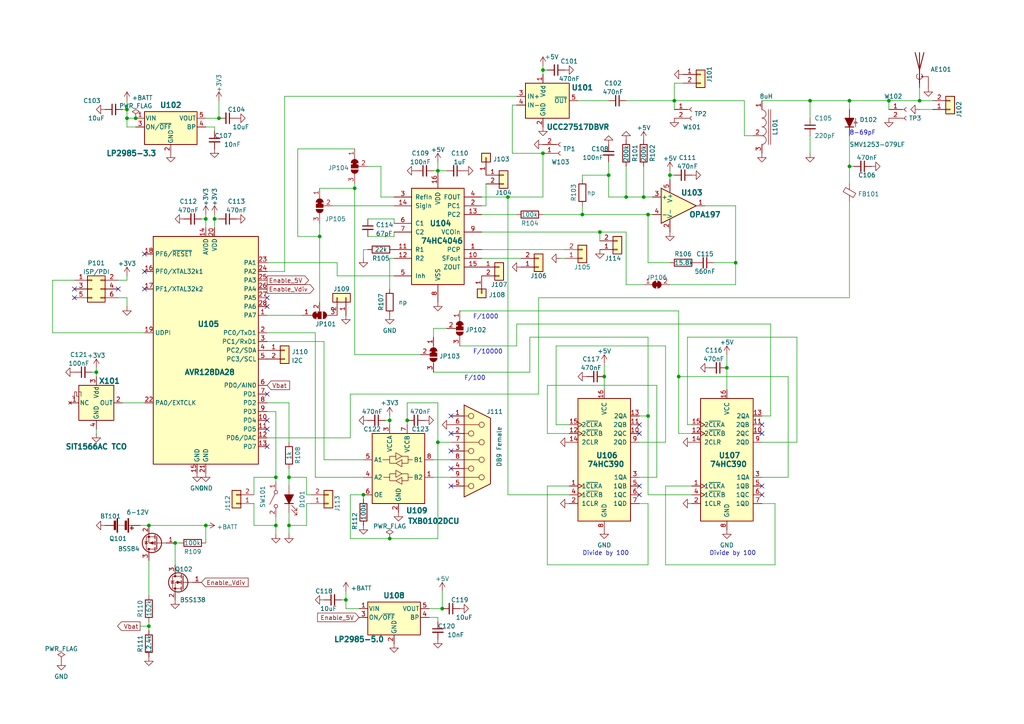
<source format=kicad_sch>
(kicad_sch (version 20211123) (generator eeschema)
  (paper "A4")
  (title_block (title "NanoFox80 Foxoring Transmitter") (date "2022-04-25") (rev "0.2"))
  (junction (at 168.91 62.23))
  (junction (at 36.83 34.29))
  (junction (at 213.36 76.2))
  (junction (at 80.01 138.43))
  (junction (at 83.82 138.43))
  (junction (at 196.85 109.22))
  (junction (at 50.8 157.48))
  (junction (at 147.32 57.15))
  (junction (at 113.03 156.21))
  (junction (at 80.01 152.4))
  (junction (at 62.23 63.5))
  (junction (at 234.95 29.21))
  (junction (at 210.82 106.68))
  (junction (at 127 49.53))
  (junction (at 63.5 34.29))
  (junction (at 187.96 62.23))
  (junction (at 100.33 173.99))
  (junction (at 187.96 120.65))
  (junction (at 195.58 29.21))
  (junction (at 173.99 67.31))
  (junction (at 43.18 181.61))
  (junction (at 59.69 152.4))
  (junction (at 36.83 31.75))
  (junction (at 59.69 63.5))
  (junction (at 105.41 143.51))
  (junction (at 175.26 109.22))
  (junction (at 176.53 50.8))
  (junction (at 128.27 176.53))
  (junction (at 113.03 121.92))
  (junction (at 102.87 54.61))
  (junction (at 39.37 34.29))
  (junction (at 186.69 57.15))
  (junction (at 27.94 107.95))
  (junction (at 118.11 121.92))
  (junction (at 157.48 20.32))
  (junction (at 83.82 152.4))
  (junction (at 246.38 48.26))
  (junction (at 127 128.27))
  (junction (at 157.48 44.45))
  (junction (at 257.81 29.21))
  (junction (at 246.38 29.21))
  (junction (at 43.18 152.4))
  (junction (at 181.61 57.15))
  (junction (at 194.31 50.8))
  (junction (at 92.71 68.58))
  (junction (at 266.7 29.21))
  (no_connect (at 21.59 86.36))
  (no_connect (at 41.91 83.82))
  (no_connect (at 41.91 73.66))
  (no_connect (at 41.91 78.74))
  (no_connect (at 77.47 86.36))
  (no_connect (at 77.47 88.9))
  (no_connect (at 77.47 121.92))
  (no_connect (at 77.47 124.46))
  (no_connect (at 77.47 129.54))
  (no_connect (at 220.98 123.19))
  (no_connect (at 220.98 143.51))
  (no_connect (at 220.98 140.97))
  (no_connect (at 220.98 125.73))
  (no_connect (at 185.42 140.97))
  (no_connect (at 185.42 143.51))
  (no_connect (at 185.42 123.19))
  (no_connect (at 185.42 125.73))
  (no_connect (at 34.29 83.82))
  (no_connect (at 130.81 125.73))
  (no_connect (at 21.59 83.82))
  (no_connect (at 77.47 114.3))
  (no_connect (at 130.81 120.65))
  (no_connect (at 130.81 135.89))
  (no_connect (at 130.81 130.81))
  (no_connect (at 130.81 140.97))
  (wire (pts (xy 193.04 128.27) (xy 193.04 100.33)))
  (wire (pts (xy 73.66 146.05) (xy 73.66 152.4)))
  (wire (pts (xy 92.71 68.58) (xy 86.36 68.58)))
  (wire (pts (xy 185.42 120.65) (xy 187.96 120.65)))
  (wire (pts (xy 86.36 43.18) (xy 102.87 43.18)))
  (wire (pts (xy 91.44 96.52) (xy 91.44 138.43)))
  (wire (pts (xy 257.81 29.21) (xy 266.7 29.21)))
  (wire (pts (xy 234.95 29.21) (xy 246.38 29.21)))
  (wire (pts (xy 199.39 123.19) (xy 200.66 123.19)))
  (wire (pts (xy 196.85 125.73) (xy 200.66 125.73)))
  (wire (pts (xy 175.26 109.22) (xy 175.26 113.03)))
  (wire (pts (xy 88.9 143.51) (xy 90.17 143.51)))
  (wire (pts (xy 101.6 156.21) (xy 101.6 143.51)))
  (wire (pts (xy 149.86 100.33) (xy 133.35 100.33)))
  (wire (pts (xy 246.38 29.21) (xy 246.38 31.75)))
  (wire (pts (xy 63.5 29.21) (xy 63.5 34.29)))
  (wire (pts (xy 223.52 120.65) (xy 223.52 93.98)))
  (wire (pts (xy 215.9 39.37) (xy 218.44 39.37)))
  (wire (pts (xy 147.32 57.15) (xy 147.32 143.51)))
  (wire (pts (xy 113.03 156.21) (xy 127 156.21)))
  (wire (pts (xy 106.68 48.26) (xy 110.49 48.26)))
  (wire (pts (xy 220.98 29.21) (xy 234.95 29.21)))
  (wire (pts (xy 80.01 152.4) (xy 80.01 149.86)))
  (wire (pts (xy 40.64 152.4) (xy 43.18 152.4)))
  (wire (pts (xy 36.83 81.28) (xy 36.83 80.01)))
  (wire (pts (xy 43.18 180.34) (xy 43.18 181.61)))
  (wire (pts (xy 220.98 128.27) (xy 231.14 128.27)))
  (wire (pts (xy 190.5 111.76) (xy 158.75 111.76)))
  (wire (pts (xy 114.3 80.01) (xy 97.79 80.01)))
  (wire (pts (xy 161.29 123.19) (xy 165.1 123.19)))
  (wire (pts (xy 215.9 29.21) (xy 215.9 39.37)))
  (wire (pts (xy 181.61 67.31) (xy 181.61 82.55)))
  (wire (pts (xy 167.64 29.21) (xy 176.53 29.21)))
  (wire (pts (xy 168.91 52.07) (xy 168.91 50.8)))
  (wire (pts (xy 82.55 78.74) (xy 77.47 78.74)))
  (wire (pts (xy 196.85 90.17) (xy 196.85 109.22)))
  (wire (pts (xy 62.23 62.23) (xy 62.23 63.5)))
  (wire (pts (xy 27.94 106.68) (xy 27.94 107.95)))
  (wire (pts (xy 175.26 105.41) (xy 175.26 109.22)))
  (wire (pts (xy 193.04 163.83) (xy 224.79 163.83)))
  (wire (pts (xy 139.7 57.15) (xy 147.32 57.15)))
  (wire (pts (xy 73.66 152.4) (xy 80.01 152.4)))
  (wire (pts (xy 36.83 86.36) (xy 36.83 88.9)))
  (wire (pts (xy 105.41 74.93) (xy 105.41 72.39)))
  (wire (pts (xy 173.99 67.31) (xy 181.61 67.31)))
  (wire (pts (xy 83.82 138.43) (xy 83.82 140.97)))
  (wire (pts (xy 246.38 48.26) (xy 247.65 48.26)))
  (wire (pts (xy 43.18 152.4) (xy 59.69 152.4)))
  (wire (pts (xy 100.33 176.53) (xy 104.14 176.53)))
  (wire (pts (xy 34.29 86.36) (xy 36.83 86.36)))
  (wire (pts (xy 153.67 97.79) (xy 153.67 107.95)))
  (wire (pts (xy 193.04 140.97) (xy 200.66 140.97)))
  (wire (pts (xy 231.14 128.27) (xy 231.14 97.79)))
  (wire (pts (xy 27.94 124.46) (xy 27.94 125.73)))
  (wire (pts (xy 196.85 90.17) (xy 133.35 90.17)))
  (wire (pts (xy 125.73 97.79) (xy 125.73 95.25)))
  (wire (pts (xy 83.82 148.59) (xy 83.82 152.4)))
  (wire (pts (xy 101.6 143.51) (xy 105.41 143.51)))
  (wire (pts (xy 127 180.34) (xy 127 179.07)))
  (wire (pts (xy 110.49 57.15) (xy 114.3 57.15)))
  (wire (pts (xy 195.58 24.13) (xy 195.58 29.21)))
  (wire (pts (xy 101.6 114.3) (xy 156.21 114.3)))
  (wire (pts (xy 86.36 68.58) (xy 86.36 43.18)))
  (wire (pts (xy 187.96 146.05) (xy 187.96 163.83)))
  (wire (pts (xy 43.18 181.61) (xy 43.18 182.88)))
  (wire (pts (xy 194.31 82.55) (xy 213.36 82.55)))
  (wire (pts (xy 102.87 102.87) (xy 121.92 102.87)))
  (wire (pts (xy 118.11 121.92) (xy 118.11 123.19)))
  (wire (pts (xy 62.23 63.5) (xy 63.5 63.5)))
  (wire (pts (xy 266.7 25.4) (xy 266.7 29.21)))
  (wire (pts (xy 246.38 48.26) (xy 246.38 39.37)))
  (wire (pts (xy 105.41 143.51) (xy 105.41 144.78)))
  (wire (pts (xy 234.95 29.21) (xy 234.95 34.29)))
  (wire (pts (xy 83.82 152.4) (xy 83.82 154.94)))
  (wire (pts (xy 27.94 107.95) (xy 27.94 109.22)))
  (wire (pts (xy 77.47 127) (xy 101.6 127)))
  (wire (pts (xy 43.18 172.72) (xy 43.18 162.56)))
  (wire (pts (xy 125.73 138.43) (xy 130.81 138.43)))
  (wire (pts (xy 185.42 128.27) (xy 193.04 128.27)))
  (wire (pts (xy 118.11 116.84) (xy 118.11 121.92)))
  (wire (pts (xy 15.24 96.52) (xy 41.91 96.52)))
  (wire (pts (xy 127 116.84) (xy 118.11 116.84)))
  (wire (pts (xy 181.61 82.55) (xy 186.69 82.55)))
  (wire (pts (xy 15.24 81.28) (xy 15.24 96.52)))
  (wire (pts (xy 50.8 157.48) (xy 50.8 163.83)))
  (wire (pts (xy 26.67 107.95) (xy 27.94 107.95)))
  (wire (pts (xy 113.03 121.92) (xy 113.03 123.19)))
  (wire (pts (xy 156.21 86.36) (xy 246.38 86.36)))
  (wire (pts (xy 125.73 95.25) (xy 129.54 95.25)))
  (wire (pts (xy 181.61 29.21) (xy 195.58 29.21)))
  (wire (pts (xy 189.23 57.15) (xy 186.69 57.15)))
  (wire (pts (xy 187.96 163.83) (xy 158.75 163.83)))
  (wire (pts (xy 148.59 30.48) (xy 149.86 30.48)))
  (wire (pts (xy 158.75 163.83) (xy 158.75 140.97)))
  (wire (pts (xy 147.32 57.15) (xy 157.48 57.15)))
  (wire (pts (xy 139.7 59.69) (xy 140.97 59.69)))
  (wire (pts (xy 157.48 62.23) (xy 168.91 62.23)))
  (wire (pts (xy 127 128.27) (xy 130.81 128.27)))
  (wire (pts (xy 161.29 100.33) (xy 161.29 123.19)))
  (wire (pts (xy 83.82 116.84) (xy 83.82 128.27)))
  (wire (pts (xy 36.83 29.21) (xy 36.83 31.75)))
  (wire (pts (xy 127 128.27) (xy 127 156.21)))
  (wire (pts (xy 127 128.27) (xy 127 116.84)))
  (wire (pts (xy 36.83 31.75) (xy 36.83 34.29)))
  (wire (pts (xy 147.32 143.51) (xy 165.1 143.51)))
  (wire (pts (xy 82.55 27.94) (xy 82.55 78.74)))
  (wire (pts (xy 157.48 44.45) (xy 148.59 44.45)))
  (wire (pts (xy 62.23 36.83) (xy 59.69 36.83)))
  (wire (pts (xy 73.66 143.51) (xy 73.66 138.43)))
  (wire (pts (xy 101.6 127) (xy 101.6 114.3)))
  (wire (pts (xy 149.86 93.98) (xy 149.86 100.33)))
  (wire (pts (xy 80.01 154.94) (xy 80.01 152.4)))
  (wire (pts (xy 153.67 107.95) (xy 125.73 107.95)))
  (wire (pts (xy 168.91 62.23) (xy 187.96 62.23)))
  (wire (pts (xy 77.47 91.44) (xy 87.63 91.44)))
  (wire (pts (xy 186.69 57.15) (xy 186.69 48.26)))
  (wire (pts (xy 111.76 121.92) (xy 113.03 121.92)))
  (wire (pts (xy 21.59 81.28) (xy 15.24 81.28)))
  (wire (pts (xy 158.75 140.97) (xy 165.1 140.97)))
  (wire (pts (xy 82.55 27.94) (xy 149.86 27.94)))
  (wire (pts (xy 99.06 173.99) (xy 100.33 173.99)))
  (wire (pts (xy 176.53 57.15) (xy 176.53 50.8)))
  (wire (pts (xy 228.6 109.22) (xy 196.85 109.22)))
  (wire (pts (xy 139.7 74.93) (xy 151.13 74.93)))
  (wire (pts (xy 195.58 29.21) (xy 215.9 29.21)))
  (wire (pts (xy 158.75 111.76) (xy 158.75 125.73)))
  (wire (pts (xy 140.97 59.69) (xy 140.97 53.34)))
  (wire (pts (xy 190.5 138.43) (xy 190.5 111.76)))
  (wire (pts (xy 139.7 67.31) (xy 173.99 67.31)))
  (wire (pts (xy 92.71 68.58) (xy 92.71 87.63)))
  (wire (pts (xy 113.03 120.65) (xy 113.03 121.92)))
  (wire (pts (xy 207.01 76.2) (xy 213.36 76.2)))
  (wire (pts (xy 213.36 82.55) (xy 213.36 76.2)))
  (wire (pts (xy 128.27 171.45) (xy 128.27 176.53)))
  (wire (pts (xy 59.69 63.5) (xy 59.69 66.04)))
  (wire (pts (xy 246.38 29.21) (xy 257.81 29.21)))
  (wire (pts (xy 39.37 36.83) (xy 36.83 36.83)))
  (wire (pts (xy 102.87 53.34) (xy 102.87 54.61)))
  (wire (pts (xy 194.31 50.8) (xy 194.31 52.07)))
  (wire (pts (xy 173.99 67.31) (xy 173.99 69.85)))
  (wire (pts (xy 220.98 138.43) (xy 228.6 138.43)))
  (wire (pts (xy 176.53 50.8) (xy 176.53 46.99)))
  (wire (pts (xy 91.44 138.43) (xy 105.41 138.43)))
  (wire (pts (xy 102.87 54.61) (xy 102.87 102.87)))
  (wire (pts (xy 194.31 50.8) (xy 195.58 50.8)))
  (wire (pts (xy 80.01 139.7) (xy 80.01 138.43)))
  (wire (pts (xy 196.85 109.22) (xy 196.85 125.73)))
  (wire (pts (xy 80.01 138.43) (xy 80.01 119.38)))
  (wire (pts (xy 96.52 59.69) (xy 114.3 59.69)))
  (wire (pts (xy 34.29 81.28) (xy 36.83 81.28)))
  (wire (pts (xy 62.23 38.1) (xy 62.23 36.83)))
  (wire (pts (xy 83.82 135.89) (xy 83.82 138.43)))
  (wire (pts (xy 125.73 133.35) (xy 130.81 133.35)))
  (wire (pts (xy 88.9 152.4) (xy 88.9 146.05)))
  (wire (pts (xy 110.49 48.26) (xy 110.49 57.15)))
  (wire (pts (xy 187.96 62.23) (xy 189.23 62.23)))
  (wire (pts (xy 228.6 138.43) (xy 228.6 109.22)))
  (wire (pts (xy 73.66 138.43) (xy 80.01 138.43)))
  (wire (pts (xy 213.36 76.2) (xy 213.36 59.69)))
  (wire (pts (xy 83.82 138.43) (xy 88.9 138.43)))
  (wire (pts (xy 187.96 120.65) (xy 187.96 143.51)))
  (wire (pts (xy 93.98 99.06) (xy 93.98 133.35)))
  (wire (pts (xy 35.56 116.84) (xy 41.91 116.84)))
  (wire (pts (xy 139.7 62.23) (xy 149.86 62.23)))
  (wire (pts (xy 157.48 20.32) (xy 158.75 20.32)))
  (wire (pts (xy 100.33 173.99) (xy 100.33 176.53)))
  (wire (pts (xy 220.98 146.05) (xy 224.79 146.05)))
  (wire (pts (xy 187.96 120.65) (xy 187.96 97.79)))
  (wire (pts (xy 181.61 57.15) (xy 176.53 57.15)))
  (wire (pts (xy 113.03 74.93) (xy 114.3 74.93)))
  (wire (pts (xy 92.71 64.77) (xy 92.71 68.58)))
  (wire (pts (xy 92.71 54.61) (xy 102.87 54.61)))
  (wire (pts (xy 77.47 99.06) (xy 93.98 99.06)))
  (wire (pts (xy 157.48 19.05) (xy 157.48 20.32)))
  (wire (pts (xy 148.59 30.48) (xy 148.59 44.45)))
  (wire (pts (xy 193.04 100.33) (xy 161.29 100.33)))
  (wire (pts (xy 80.01 119.38) (xy 77.47 119.38)))
  (wire (pts (xy 106.68 68.58) (xy 114.3 68.58)))
  (wire (pts (xy 97.79 80.01) (xy 97.79 76.2)))
  (wire (pts (xy 100.33 171.45) (xy 100.33 173.99)))
  (wire (pts (xy 186.69 57.15) (xy 181.61 57.15)))
  (wire (pts (xy 157.48 57.15) (xy 157.48 44.45)))
  (wire (pts (xy 181.61 57.15) (xy 181.61 48.26)))
  (wire (pts (xy 93.98 133.35) (xy 105.41 133.35)))
  (wire (pts (xy 194.31 49.53) (xy 194.31 50.8)))
  (wire (pts (xy 36.83 34.29) (xy 39.37 34.29)))
  (wire (pts (xy 36.83 34.29) (xy 36.83 36.83)))
  (wire (pts (xy 187.96 76.2) (xy 187.96 62.23)))
  (wire (pts (xy 62.23 63.5) (xy 62.23 66.04)))
  (wire (pts (xy 199.39 97.79) (xy 199.39 123.19)))
  (wire (pts (xy 59.69 152.4) (xy 59.69 157.48)))
  (wire (pts (xy 97.79 76.2) (xy 77.47 76.2)))
  (wire (pts (xy 257.81 29.21) (xy 257.81 31.75)))
  (wire (pts (xy 185.42 138.43) (xy 190.5 138.43)))
  (wire (pts (xy 194.31 76.2) (xy 187.96 76.2)))
  (wire (pts (xy 127 49.53) (xy 129.54 49.53)))
  (wire (pts (xy 125.73 49.53) (xy 127 49.53)))
  (wire (pts (xy 195.58 29.21) (xy 195.58 31.75)))
  (wire (pts (xy 158.75 125.73) (xy 165.1 125.73)))
  (wire (pts (xy 35.56 31.75) (xy 36.83 31.75)))
  (wire (pts (xy 168.91 59.69) (xy 168.91 62.23)))
  (wire (pts (xy 246.38 53.34) (xy 246.38 48.26)))
  (wire (pts (xy 224.79 146.05) (xy 224.79 163.83)))
  (wire (pts (xy 187.96 143.51) (xy 200.66 143.51)))
  (wire (pts (xy 114.3 68.58) (xy 114.3 67.31)))
  (wire (pts (xy 59.69 62.23) (xy 59.69 63.5)))
  (wire (pts (xy 127 46.99) (xy 127 49.53)))
  (wire (pts (xy 114.3 63.5) (xy 114.3 64.77)))
  (wire (pts (xy 106.68 63.5) (xy 114.3 63.5)))
  (wire (pts (xy 77.47 96.52) (xy 91.44 96.52)))
  (wire (pts (xy 220.98 120.65) (xy 223.52 120.65)))
  (wire (pts (xy 156.21 114.3) (xy 156.21 86.36)))
  (wire (pts (xy 210.82 106.68) (xy 210.82 113.03)))
  (wire (pts (xy 124.46 176.53) (xy 128.27 176.53)))
  (wire (pts (xy 58.42 63.5) (xy 59.69 63.5)))
  (wire (pts (xy 210.82 102.87) (xy 210.82 106.68)))
  (wire (pts (xy 101.6 156.21) (xy 113.03 156.21)))
  (wire (pts (xy 88.9 138.43) (xy 88.9 143.51)))
  (wire (pts (xy 266.7 29.21) (xy 270.51 29.21)))
  (wire (pts (xy 246.38 86.36) (xy 246.38 58.42)))
  (wire (pts (xy 234.95 39.37) (xy 234.95 44.45)))
  (wire (pts (xy 185.42 146.05) (xy 187.96 146.05)))
  (wire (pts (xy 187.96 97.79) (xy 153.67 97.79)))
  (wire (pts (xy 163.83 74.93) (xy 162.56 74.93)))
  (wire (pts (xy 139.7 72.39) (xy 163.83 72.39)))
  (wire (pts (xy 223.52 93.98) (xy 149.86 93.98)))
  (wire (pts (xy 213.36 59.69) (xy 204.47 59.69)))
  (wire (pts (xy 83.82 116.84) (xy 77.47 116.84)))
  (wire (pts (xy 198.12 24.13) (xy 195.58 24.13)))
  (wire (pts (xy 127 179.07) (xy 124.46 179.07)))
  (wire (pts (xy 157.48 20.32) (xy 157.48 21.59)))
  (wire (pts (xy 59.69 34.29) (xy 63.5 34.29)))
  (wire (pts (xy 193.04 163.83) (xy 193.04 140.97)))
  (wire (pts (xy 40.64 181.61) (xy 43.18 181.61)))
  (wire (pts (xy 52.07 157.48) (xy 50.8 157.48)))
  (wire (pts (xy 231.14 97.79) (xy 199.39 97.79)))
  (wire (pts (xy 270.51 31.75) (xy 266.7 31.75)))
  (wire (pts (xy 113.03 83.82) (xy 113.03 74.93)))
  (wire (pts (xy 168.91 50.8) (xy 176.53 50.8)))
  (wire (pts (xy 105.41 72.39) (xy 106.68 72.39)))
  (wire (pts (xy 83.82 152.4) (xy 88.9 152.4)))
  (wire (pts (xy 88.9 146.05) (xy 90.17 146.05)))
  (text "8-69pF" (at 246.38 39.37 0) (effects (font (size 1.27 1.27)) (justify left bottom)))
  (text "Divide by 100" (at 205.74 161.29 0) (effects (font (size 1.27 1.27)) (justify left bottom)))
  (text "F/10000" (at 137.16 102.87 0) (effects (font (size 1.27 1.27)) (justify left bottom)))
  (text "F/100" (at 134.62 110.49 0) (effects (font (size 1.27 1.27)) (justify left bottom)))
  (text "F/1000" (at 137.16 92.71 0) (effects (font (size 1.27 1.27)) (justify left bottom)))
  (text "Divide by 100" (at 168.91 161.29 0) (effects (font (size 1.27 1.27)) (justify left bottom)))
  (global_label "Enable_Vdiv" (shape output) (at 77.47 83.82 0) (property "Intersheet References" "${INTERSHEET_REFS}" (effects hide)))
  (global_label "Vbat" (shape output) (at 40.64 181.61 180) (property "Intersheet References" "${INTERSHEET_REFS}" (effects hide)))
  (global_label "Enable_Vdiv" (shape input) (at 58.42 168.91 0) (property "Intersheet References" "${INTERSHEET_REFS}" (effects hide)))
  (global_label "Enable_5V" (shape input) (at 104.14 179.07 180) (property "Intersheet References" "${INTERSHEET_REFS}" (effects hide)))
  (global_label "Enable_5V" (shape output) (at 77.47 81.28 0) (property "Intersheet References" "${INTERSHEET_REFS}" (effects hide)))
  (global_label "Vbat" (shape input) (at 77.47 111.76 0) (property "Intersheet References" "${INTERSHEET_REFS}" (effects hide)))
  (symbol (lib_id "power:GND") (at 21.59 107.95 270) (unit 1)
    (property "Reference" "#PWR0165" (effects hide))
    (property "Value" "GND" (effects hide))
  )
  (symbol (lib_id "power:+5V") (at 127 46.99 0) (unit 1)
    (property "Reference" "#PWR0119" (effects hide))
    (property "Value" "+5V" (at 127 43.4142 0))
  )
  (symbol (lib_id "Device:D_Capacitance_Filled") (at 246.38 35.56 90) (unit 1)
    (property "Reference" "D102" (at 249.301 34.7253 90) (effects (justify right)))
    (property "Value" "SMV1253-079LF" (at 246.38 41.91 90) (effects (justify right)))
    (property "Footprint" "Diode_SMD:D_SC-80" (effects hide))
    (property "Digi-Key Part No." "863-SMV1253-079LFCT-ND" (effects hide))
    (property "Manufacturer" "Skyworks Solutions Inc." (effects hide))
    (property "Manufacturer PN" "SMV1253-079LF" (effects hide))
    (property "Description" "DIODE VAR HYPRABRUPT JUNC TUNING" (effects hide))
  )
  (symbol (lib_id "power:+5V") (at 186.69 40.64 0) (unit 1)
    (property "Reference" "#PWR0112" (effects hide))
    (property "Value" "+5V" (at 186.69 37.0642 0))
  )
  (symbol (lib_id "Device:C_Small") (at 109.22 121.92 270) (unit 1)
    (property "Reference" "C122" (at 107.95 124.46 90))
    (property "Value" "470nF" (at 107.95 119.38 90))
    (property "Footprint" "Capacitor_SMD:C_0805_2012Metric_Pad1.18x1.45mm_HandSolder" (effects hide))
    (property "Digi-Key Part No." "445-5203-1-ND" (effects hide))
    (property "Manufacturer" "TDK Corporation" (effects hide))
    (property "Manufacturer PN" "C2012X7S2A474K125AB" (effects hide))
    (property "Description" "CAP CER 0.47UF 100V X7S 0805" (effects hide))
  )
  (symbol (lib_id "Device:Battery") (at 35.56 152.4 270) (unit 1)
    (property "Reference" "BT101" (at 35.1063 149.733 90) (effects (justify right)))
    (property "Value" "6-12V" (at 43.18 148.59 90) (effects (justify right)))
    (property "Footprint" "Connector_PinSocket_2.54mm:PinSocket_1x02_P2.54mm_Vertical" (effects hide))
  )
  (symbol (lib_id "power:+5V") (at 210.82 102.87 0) (unit 1)
    (property "Reference" "#PWR0137" (effects hide))
    (property "Value" "+5V" (at 210.82 99.2942 0))
  )
  (symbol (lib_id "power:GND") (at 269.24 25.4 0) (unit 1)
    (property "Reference" "#PWR0170" (effects hide))
    (property "Value" "GND" (effects hide))
  )
  (symbol (lib_id "power:GND") (at 151.13 77.47 270) (unit 1)
    (property "Reference" "#PWR0131" (effects hide))
    (property "Value" "GND" (effects hide))
  )
  (symbol (lib_id "power:GND") (at 80.01 154.94 0) (unit 1)
    (property "Reference" "#PWR0148" (effects hide))
    (property "Value" "GND" (effects hide))
  )
  (symbol (lib_id "power:+BATT") (at 100.33 171.45 0) (unit 1)
    (property "Reference" "#PWR0150" (effects hide))
    (property "Value" "+BATT" (at 101.727 170.6138 0) (effects (justify left)))
  )
  (symbol (lib_id "Device:C_Small") (at 62.23 40.64 0) (mirror y) (unit 1)
    (property "Reference" "C107" (at 67.31 39.37 0) (effects (justify left)))
    (property "Value" "10nF" (at 69.85 41.91 0) (effects (justify left)))
    (property "Footprint" "Capacitor_SMD:C_0805_2012Metric_Pad1.18x1.45mm_HandSolder" (effects hide))
    (property "Digi-Key Part No." "1276-1015-1-ND" (effects hide))
    (property "Manufacturer" "Samsung Electro-Mechanics" (effects hide))
    (property "Manufacturer PN" "CL21B103KBANNNC" (effects hide))
    (property "Description" "CAP CER 10000PF 50V X7R 0805" (effects hide))
  )
  (symbol (lib_id "power:GND") (at 198.12 21.59 270) (unit 1)
    (property "Reference" "#PWR0103" (effects hide))
    (property "Value" "GND" (effects hide))
  )
  (symbol (lib_id "power:GND") (at 123.19 121.92 90) (unit 1)
    (property "Reference" "#PWR0173" (effects hide))
    (property "Value" "GND" (effects hide))
  )
  (symbol (lib_id "power:GND") (at 115.57 148.59 0) (unit 1)
    (property "Reference" "#PWR0116" (effects hide))
    (property "Value" "GND" (effects hide))
  )
  (symbol (lib_id "power:GND") (at 62.23 43.18 0) (unit 1)
    (property "Reference" "#PWR0117" (effects hide))
    (property "Value" "GND" (effects hide))
  )
  (symbol (lib_id "power:PWR_FLAG") (at 113.03 156.21 0) (unit 1)
    (property "Reference" "#FLG0103" (effects hide))
    (property "Value" "PWR_FLAG" (at 113.03 152.6342 0))
  )
  (symbol (lib_id "power:GND") (at 165.1 128.27 270) (unit 1)
    (property "Reference" "#PWR0162" (effects hide))
    (property "Value" "GND" (effects hide))
  )
  (symbol (lib_id "power:GND") (at 27.94 125.73 0) (unit 1)
    (property "Reference" "#PWR0143" (effects hide))
    (property "Value" "GND" (effects hide))
  )
  (symbol (lib_id "power:GND") (at 200.66 128.27 270) (unit 1)
    (property "Reference" "#PWR0164" (effects hide))
    (property "Value" "GND" (effects hide))
  )
  (symbol (lib_id "Connector_Generic:Conn_01x02") (at 82.55 101.6 0) (unit 1)
    (property "Reference" "J110" (at 84.582 102.0353 0) (effects (justify left)))
    (property "Value" "I2C" (at 84.582 104.5722 0) (effects (justify left)))
    (property "Footprint" "Connector_PinHeader_2.54mm:PinHeader_1x02_P2.54_Nonpolarized" (effects hide))
  )
  (symbol (lib_id "power:GND") (at 205.74 106.68 270) (unit 1)
    (property "Reference" "#PWR0140" (effects hide))
    (property "Value" "GND" (effects hide))
  )
  (symbol (lib_id "Connector_Generic:Conn_01x02") (at 146.05 50.8 0) (unit 1)
    (property "Reference" "J104" (at 146.05 55.88 0))
    (property "Value" "Conn_01x02" (effects hide))
    (property "Footprint" "Connector_PinSocket_2.54mm:PinSocket_1x02_P2.54mm_Vertical" (effects hide))
  )
  (symbol (lib_id "Device:C_Small") (at 250.19 48.26 270) (unit 1)
    (property "Reference" "C106" (at 251.46 50.8 90))
    (property "Value" "470nF" (at 251.46 45.72 90))
    (property "Footprint" "Capacitor_SMD:C_0805_2012Metric_Pad1.18x1.45mm_HandSolder" (effects hide))
    (property "Digi-Key Part No." "445-5203-1-ND" (effects hide))
    (property "Manufacturer" "TDK Corporation" (effects hide))
    (property "Manufacturer PN" "C2012X7S2A474K125AB" (effects hide))
    (property "Description" "CAP CER 0.47UF 100V X7S 0805" (effects hide))
  )
  (symbol (lib_id "power:GND") (at 43.18 190.5 0) (unit 1)
    (property "Reference" "#PWR0160" (effects hide))
    (property "Value" "GND" (effects hide))
  )
  (symbol (lib_id "power:GND") (at 105.41 74.93 0) (unit 1)
    (property "Reference" "#PWR0129" (effects hide))
    (property "Value" "GND" (effects hide))
  )
  (symbol (lib_id "power:GND") (at 30.48 152.4 270) (mirror x) (unit 1)
    (property "Reference" "#PWR0153" (effects hide))
    (property "Value" "GND" (effects hide))
  )
  (symbol (lib_id "power:GND") (at 194.31 67.31 0) (unit 1)
    (property "Reference" "#PWR0128" (effects hide))
    (property "Value" "GND" (effects hide))
  )
  (symbol (lib_id "Device:R") (at 105.41 148.59 180) (unit 1)
    (property "Reference" "R112" (at 102.87 148.59 90) (effects (justify left)))
    (property "Value" "100k" (at 105.41 146.05 90) (effects (justify left)))
    (property "Footprint" "Resistor_SMD:R_0805_2012Metric_Pad1.20x1.40mm_HandSolder" (effects hide))
    (property "Digi-Key Part No." "2019-RN73H2ATTD1003B25CT-ND" (effects hide))
    (property "Manufacturer" "KOA Speer Electronics, Inc." (effects hide))
    (property "Manufacturer PN" "RN73H2ATTD1003B25" (effects hide))
    (property "Description" "RES 100K OHM 0.1% 1/8W 0805" (effects hide))
  )
  (symbol (lib_id "power:GND") (at 30.48 31.75 270) (unit 1)
    (property "Reference" "#PWR0107" (effects hide))
    (property "Value" "GND" (effects hide))
  )
  (symbol (lib_id "power:+3V3") (at 59.69 62.23 0) (unit 1)
    (property "Reference" "#PWR0124" (effects hide))
    (property "Value" "+3V3" (at 59.69 57.15 90))
  )
  (symbol (lib_id "power:GND") (at 157.48 36.83 0) (unit 1)
    (property "Reference" "#PWR0109" (effects hide))
    (property "Value" "GND" (effects hide))
  )
  (symbol (lib_id "Device:INDUCTOR_tapped") (at 220.98 36.83 0) (unit 1)
    (property "Reference" "L101" (at 224.79 36.83 90))
    (property "Value" "8uH" (at 222.25 27.94 0))
    (property "Footprint" "Transformer_THT:Autotransformer_Toroid_1Tap_Horizontal_D14.0mm_Amidon-T50" (effects hide))
    (property "Digi-Key Part No." "FT50A-43 (Amidon)" (effects hide))
    (property "Link" "<a href=\"http://www.amidoncorp.com/ft-50A-43/\">Link</a>" (effects hide))
    (property "Manufacturer" "TH" (effects hide))
    (property "Manufacturer PN" "TH" (effects hide))
    (property "Description" "FT-50-67 or FT-82-67" (effects hide))
  )
  (symbol (lib_id "power:+5V") (at 175.26 105.41 0) (unit 1)
    (property "Reference" "#PWR0138" (effects hide))
    (property "Value" "+5V" (at 175.26 101.8342 0))
  )
  (symbol (lib_id "power:GND") (at 93.98 173.99 270) (unit 1)
    (property "Reference" "#PWR0152" (effects hide))
    (property "Value" "GND" (effects hide))
  )
  (symbol (lib_id "Device:FerriteBead_Small") (at 246.38 55.88 0) (unit 1)
    (property "Reference" "FB101" (at 248.8438 56.2757 0) (effects (justify left)))
    (property "Value" "FerriteBead_Small" (effects hide))
    (property "Footprint" "Inductor_SMD:Ferrite_Bead_NFZ32BW881_Reflow" (effects hide))
    (property "Digi-Key Part No." "490-9310-1-ND" (effects hide))
    (property "Manufacturer" "Murata Electronics" (effects hide))
    (property "Manufacturer PN" "NFZ32BW881HN10L" (effects hide))
    (property "Description" "FERRITE BEAD 880 OHM 2SMD 1LN" (effects hide))
  )
  (symbol (lib_id "power:GND") (at 181.61 40.64 0) (mirror x) (unit 1)
    (property "Reference" "#PWR0111" (effects hide))
    (property "Value" "GND" (effects hide))
  )
  (symbol (lib_id "Device:LED_Filled") (at 83.82 144.78 90) (unit 1)
    (property "Reference" "D101" (at 87.63 142.24 0) (effects (justify right)))
    (property "Value" "LED_Filled" (effects hide))
    (property "Footprint" "LED_SMD:LED_APDA1806SECK" (effects hide))
    (property "Digi-Key Part No." "754-2329-1-ND" (effects hide))
    (property "Manufacturer" "Kingbright" (effects hide))
    (property "Manufacturer PN" "APDA1806SECK/J3-PRV" (effects hide))
    (property "Description" "LED RED CLEAR SMD RIGHT ANGLE" (effects hide))
  )
  (symbol (lib_id "power:GND") (at 195.58 34.29 0) (unit 1)
    (property "Reference" "#PWR0167" (effects hide))
    (property "Value" "GND" (effects hide))
  )
  (symbol (lib_id "Device:C_Small") (at 130.81 176.53 270) (unit 1)
    (property "Reference" "C119" (at 133.35 173.99 90))
    (property "Value" "10uF" (at 134.62 179.07 90))
    (property "Footprint" "Capacitor_SMD:C_0805_2012Metric_Pad1.18x1.45mm_HandSolder" (effects hide))
    (property "Digi-Key Part No." "1276-1764-1-ND" (effects hide))
    (property "Manufacturer" "Samsung Electro-Mechanics" (effects hide))
    (property "Manufacturer PN" "CL21B106KPQNNNE" (effects hide))
    (property "Description" "CAP CER 10UF 10V X7R 0805" (effects hide))
  )
  (symbol (lib_id "Connector:Conn_01x02_Female") (at 262.89 31.75 0) (unit 1)
    (property "Reference" "W102" (at 259.08 27.94 0))
    (property "Value" "TP3" (at 265.43 34.29 0))
    (property "Footprint" "Measurement:Measurement_Point_ScopeProbe_Round-SMD-2sides-Pad_Small" (effects hide))
  )
  (symbol (lib_id "Device:C_Small") (at 132.08 49.53 270) (unit 1)
    (property "Reference" "C110" (at 133.35 44.45 90))
    (property "Value" "1uF" (at 133.35 46.99 90))
    (property "Footprint" "Capacitor_SMD:C_0805_2012Metric_Pad1.18x1.45mm_HandSolder" (effects hide))
    (property "Digi-Key Part No." "1276-1066-1-ND" (effects hide))
    (property "Manufacturer" "Samsung Electro-Mechanics" (effects hide))
    (property "Manufacturer PN" "CL21B105KAFNNNE" (effects hide))
    (property "Description" "CAP CER 1UF 25V X7R 0805" (effects hide))
  )
  (symbol (lib_id "Device:C_Small") (at 120.65 121.92 270) (unit 1)
    (property "Reference" "C123" (at 121.92 124.46 90))
    (property "Value" "470nF" (at 121.92 119.38 90))
    (property "Footprint" "Capacitor_SMD:C_0805_2012Metric_Pad1.18x1.45mm_HandSolder" (effects hide))
    (property "Digi-Key Part No." "445-5203-1-ND" (effects hide))
    (property "Manufacturer" "TDK Corporation" (effects hide))
    (property "Manufacturer PN" "C2012X7S2A474K125AB" (effects hide))
    (property "Description" "CAP CER 0.47UF 100V X7S 0805" (effects hide))
  )
  (symbol (lib_id "Connector_Generic:Conn_01x02") (at 168.91 74.93 0) (mirror x) (unit 1)
    (property "Reference" "J105" (at 168.91 77.47 0))
    (property "Value" "Conn_01x02" (effects hide))
    (property "Footprint" "Connector_PinSocket_2.54mm:PinSocket_1x02_P2.54mm_Vertical" (effects hide))
  )
  (symbol (lib_id "power:+3V3") (at 27.94 106.68 0) (unit 1)
    (property "Reference" "#PWR0139" (effects hide))
    (property "Value" "+3V3" (at 27.94 103.1042 0))
  )
  (symbol (lib_id "power:GND") (at 200.66 50.8 90) (mirror x) (unit 1)
    (property "Reference" "#PWR0123" (effects hide))
    (property "Value" "GND" (effects hide))
  )
  (symbol (lib_id "4xxx:4046") (at 127 67.31 0) (unit 1)
    (property "Reference" "U104" (at 124.46 64.77 0) (effects (font (size 1.54 1.54) bold) (justify left)))
    (property "Value" "74HC4046" (at 121.92 69.85 0) (effects (font (size 1.54 1.54) bold) (justify left)))
    (property "Footprint" "Package_SO:SOIC-16W_5.3x10.2mm_P1.27mm" (effects hide))
    (property "Datasheet" "https://assets.nexperia.com/documents/data-sheet/HEF4046B.pdf" (effects hide))
    (property "Digi-Key Part No." "SN74LV4046ANS-ND" (effects hide))
    (property "Manufacturer" "Texas Instruments" (effects hide))
    (property "Manufacturer PN" "SN74LV4046ANS" (effects hide))
    (property "Description" "IC PLL CMOS LOGIC W/VCO HS 16SO" (effects hide))
    (property "LCSC Part Number" "C1535861" (effects hide))
    (property "Link" "https://www.digikey.com/products/en?keywords=SN74LV4046ANS-ND" (effects hide))
  )
  (symbol (lib_id "power:GND") (at 50.8 173.99 0) (unit 1)
    (property "Reference" "#PWR0159" (effects hide))
    (property "Value" "GND" (effects hide))
  )
  (symbol (lib_id "Connector_Generic:Conn_01x01") (at 139.7 85.09 90) (mirror x) (unit 1)
    (property "Reference" "J108" (at 141.732 85.5238 90) (effects (justify right)))
    (property "Value" "Conn_01x01" (effects hide))
    (property "Footprint" "Connector_PinSocket_2.54mm:PinSocket_1x01_P2.54mm_Vertical" (effects hide))
  )
  (symbol (lib_id "Device:C_Small") (at 66.04 63.5 270) (unit 1)
    (property "Reference" "C113" (at 68.58 58.42 90))
    (property "Value" "470nF" (at 68.58 60.96 90))
    (property "Footprint" "Capacitor_SMD:C_0805_2012Metric_Pad1.18x1.45mm_HandSolder" (effects hide))
    (property "Digi-Key Part No." "445-5203-1-ND" (effects hide))
    (property "Manufacturer" "TDK Corporation" (effects hide))
    (property "Manufacturer PN" "C2012X7S2A474K125AB" (effects hide))
    (property "Description" "CAP CER 0.47UF 100V X7S 0805" (effects hide))
  )
  (symbol (lib_id "Device:R") (at 186.69 44.45 0) (unit 1)
    (property "Reference" "R102" (at 189.23 46.99 90) (effects (justify left)))
    (property "Value" "200k" (at 186.69 46.99 90) (effects (justify left)))
    (property "Footprint" "Resistor_SMD:R_0805_2012Metric_Pad1.20x1.40mm_HandSolder" (effects hide))
    (property "Digi-Key Part No." "RHM200KAHCT-ND" (effects hide))
    (property "Manufacturer" "Rohm Semiconductor" (effects hide))
    (property "Manufacturer PN" "KTR10EZPF2003" (effects hide))
    (property "Description" "RES SMD 200K OHM 1% 1/8W 0805" (effects hide))
  )
  (symbol (lib_id "Device:C_Small") (at 33.02 31.75 90) (mirror x) (unit 1)
    (property "Reference" "C103" (at 26.67 29.21 90))
    (property "Value" "10uF" (at 27.94 34.29 90))
    (property "Footprint" "Capacitor_SMD:C_0805_2012Metric_Pad1.18x1.45mm_HandSolder" (effects hide))
    (property "Digi-Key Part No." "1276-1764-1-ND" (effects hide))
    (property "Manufacturer" "Samsung Electro-Mechanics" (effects hide))
    (property "Manufacturer PN" "CL21B106KPQNNNE" (effects hide))
    (property "Description" "CAP CER 10UF 10V X7R 0805" (effects hide))
  )
  (symbol (lib_id "Connector_Generic:Conn_01x02") (at 179.07 72.39 0) (mirror x) (unit 1)
    (property "Reference" "J114" (at 177.8 74.93 0))
    (property "Value" "Conn_01x02" (effects hide))
    (property "Footprint" "Connector_PinSocket_2.54mm:PinSocket_1x02_P2.54mm_Vertical" (effects hide))
  )
  (symbol (lib_id "Connector_Generic:Conn_02x03_Odd_Even") (at 26.67 83.82 0) (unit 1)
    (property "Reference" "P101" (at 27.94 76.3102 0))
    (property "Value" "ISP/PDI" (at 27.94 78.8471 0))
    (property "Footprint" "Connector_PinHeader_2.54mm:PinHeader_2x03_P2.54mm_Vertical_SMD" (effects hide))
    (property "Digi-Key Part No." "609-3487-1-ND" (effects hide))
    (property "Link" "<a href=\"https://www.digikey.com/products/en?keywords=609-3487-1-ND\">Link</a>" (effects hide))
    (property "Manufacturer" "Amphenol ICC (FCI)" (effects hide))
    (property "Manufacturer PN" "95278-101A06LF" (effects hide))
  )
  (symbol (lib_id "power:GND") (at 173.99 72.39 0) (unit 1)
    (property "Reference" "#PWR0168" (effects hide))
    (property "Value" "GND" (effects hide))
  )
  (symbol (lib_id "power:+5V") (at 128.27 171.45 0) (unit 1)
    (property "Reference" "#PWR0151" (effects hide))
    (property "Value" "+5V" (at 128.27 167.8742 0))
  )
  (symbol (lib_id "Device:R") (at 43.18 186.69 180) (unit 1)
    (property "Reference" "R111" (at 40.64 184.15 90) (effects (justify left)))
    (property "Value" "12.4k" (at 43.18 184.15 90) (effects (justify left)))
    (property "Footprint" "Resistor_SMD:R_0805_2012Metric_Pad1.20x1.40mm_HandSolder" (effects hide))
    (property "Digi-Key Part No." "RMCF0805FT12K4CT-ND" (effects hide))
    (property "Manufacturer" "Stackpole Electronics Inc" (effects hide))
    (property "Manufacturer PN" "RMCF0805FT12K4" (effects hide))
    (property "Description" "RES 12.4K OHM 1% 1/8W 0805" (effects hide))
  )
  (symbol (lib_id "power:GND") (at 113.03 91.44 0) (unit 1)
    (property "Reference" "#PWR0136" (effects hide))
    (property "Value" "GND" (at 113.03 95.8834 0))
  )
  (symbol (lib_id "power:GND") (at 176.53 41.91 0) (mirror x) (unit 1)
    (property "Reference" "#PWR0113" (effects hide))
    (property "Value" "GND" (effects hide))
  )
  (symbol (lib_id "74xx:74HC390") (at 175.26 133.35 0) (unit 1)
    (property "Reference" "U106" (at 172.72 132.08 0) (effects (font (size 1.54 1.54) bold) (justify left)))
    (property "Value" "74HC390" (at 170.18 134.62 0) (effects (font (size 1.54 1.54) bold) (justify left)))
    (property "Footprint" "Package_SO:SOIC-16W_5.3x10.2mm_P1.27mm" (effects hide))
    (property "Digi-Key Part No." "296-33078-5-ND" (effects hide))
    (property "Manufacturer" "Texas Instruments" (effects hide))
    (property "Manufacturer PN" "CD74HC390M" (effects hide))
    (property "Description" "IC DUAL DECADE RIP CNTR 16SOIC" (effects hide))
  )
  (symbol (lib_id "power:+3V3") (at 62.23 62.23 0) (unit 1)
    (property "Reference" "#PWR0125" (effects hide))
    (property "Value" "+3V3" (at 62.23 57.15 90))
  )
  (symbol (lib_id "power:GND") (at 220.98 44.45 0) (unit 1)
    (property "Reference" "#PWR0114" (effects hide))
    (property "Value" "GND" (effects hide))
  )
  (symbol (lib_id "power:GND") (at 170.18 109.22 270) (unit 1)
    (property "Reference" "#PWR0141" (effects hide))
    (property "Value" "GND" (effects hide))
  )
  (symbol (lib_id "Connector_Generic:Conn_01x02") (at 144.78 77.47 0) (unit 1)
    (property "Reference" "J107" (at 144.78 82.55 0))
    (property "Value" "Conn_01x02" (effects hide))
    (property "Footprint" "Connector_PinSocket_2.54mm:PinSocket_1x02_P2.54mm_Vertical" (effects hide))
  )
  (symbol (lib_id "Device:C_Small") (at 123.19 49.53 90) (mirror x) (unit 1)
    (property "Reference" "C109" (at 121.92 44.45 90))
    (property "Value" "100nF" (at 121.92 46.99 90))
    (property "Footprint" "Capacitor_SMD:C_0805_2012Metric_Pad1.18x1.45mm_HandSolder" (effects hide))
    (property "Digi-Key Part No." "1276-1099-1-ND" (effects hide))
    (property "Manufacturer" "Samsung Electro-Mechanics" (effects hide))
    (property "Manufacturer PN" "CL21B104KACNNNC" (effects hide))
    (property "Description" "CAP CER 0.1UF 25V X7R 0805" (effects hide))
  )
  (symbol (lib_id "74xx:74HC390") (at 210.82 133.35 0) (unit 1)
    (property "Reference" "U107" (at 208.28 132.08 0) (effects (font (size 1.54 1.54) bold) (justify left)))
    (property "Value" "74HC390" (at 205.74 134.62 0) (effects (font (size 1.54 1.54) bold) (justify left)))
    (property "Footprint" "Package_SO:SOIC-16W_5.3x10.2mm_P1.27mm" (effects hide))
    (property "Digi-Key Part No." "296-33078-5-ND" (effects hide))
    (property "Manufacturer" "Texas Instruments" (effects hide))
    (property "Manufacturer PN" "CD74HC390M" (effects hide))
    (property "Description" "IC DUAL DECADE RIP CNTR 16SOIC" (effects hide))
  )
  (symbol (lib_id "Amplifier_Operational:OPA197xDBV") (at 196.85 59.69 0) (unit 1)
    (property "Reference" "U103" (at 200.66 55.88 0) (effects (font (size 1.54 1.54) bold)))
    (property "Value" "OPA197" (at 204.47 62.23 0) (effects (font (size 1.54 1.54) bold)))
    (property "Footprint" "Package_TO_SOT_SMD:SOT-23-5" (effects hide))
    (property "Datasheet" "http://www.ti.com/lit/ds/symlink/opa197.pdf" (effects hide))
    (property "Digi-Key Part No." "296-44109-1-ND" (effects hide))
    (property "Manufacturer" "Texas Instruments" (effects hide))
    (property "Manufacturer PN" "OPA197IDGKT" (effects hide))
    (property "Description" "IC OPAMP GP 1 CIRCUIT 8VSSOP" (effects hide))
  )
  (symbol (lib_id "Device:C_Small") (at 24.13 107.95 90) (mirror x) (unit 1)
    (property "Reference" "C121" (at 22.86 102.87 90))
    (property "Value" "100nF" (at 22.86 105.41 90))
    (property "Footprint" "Capacitor_SMD:C_0805_2012Metric_Pad1.18x1.45mm_HandSolder" (effects hide))
    (property "Digi-Key Part No." "1276-1099-1-ND" (effects hide))
    (property "Manufacturer" "Samsung Electro-Mechanics" (effects hide))
    (property "Manufacturer PN" "CL21B104KACNNNC" (effects hide))
    (property "Description" "CAP CER 0.1UF 25V X7R 0805" (effects hide))
  )
  (symbol (lib_id "Device:R") (at 198.12 76.2 270) (unit 1)
    (property "Reference" "R106" (at 195.58 73.66 90) (effects (justify left)))
    (property "Value" "15.8k" (at 195.58 76.2 90) (effects (justify left)))
    (property "Footprint" "Resistor_SMD:R_0805_2012Metric_Pad1.20x1.40mm_HandSolder" (effects hide))
    (property "Digi-Key Part No." "RMCF0805FT15K8CT-ND" (effects hide))
    (property "Manufacturer" "Stackpole Electronics Inc" (effects hide))
    (property "Manufacturer PN" "RMCF0805FT15K8" (effects hide))
    (property "Description" "RES 15.8K OHM 1% 1/8W 0805" (effects hide))
  )
  (symbol (lib_id "power:GND") (at 100.33 91.44 0) (unit 1)
    (property "Reference" "#PWR0135" (effects hide))
    (property "Value" "GND" (effects hide))
  )
  (symbol (lib_id "Device:R") (at 83.82 132.08 0) (unit 1)
    (property "Reference" "R108" (at 86.36 134.62 90) (effects (justify left)))
    (property "Value" "1k" (at 83.82 133.35 90) (effects (justify left)))
    (property "Footprint" "Resistor_SMD:R_0805_2012Metric_Pad1.20x1.40mm_HandSolder" (effects hide))
    (property "Digi-Key Part No." "RNCP0805FTD1K00CT-ND" (effects hide))
    (property "Manufacturer" "Stackpole Electronics Inc" (effects hide))
    (property "Manufacturer PN" "RNCP0805FTD1K00" (effects hide))
    (property "Description" "RES 1K OHM 1% 1/4W 0805" (effects hide))
  )
  (symbol (lib_id "power:GND") (at 162.56 74.93 270) (unit 1)
    (property "Reference" "#PWR0130" (effects hide))
    (property "Value" "GND" (effects hide))
  )
  (symbol (lib_id "Regulator_Linear:LP2985-3.3") (at 49.53 36.83 0) (unit 1)
    (property "Reference" "U102" (at 49.53 30.48 0) (effects (font (size 1.54 1.54) bold)))
    (property "Value" "LP2985-3.3" (at 38.1 44.45 0) (effects (font (size 1.54 1.54) bold)))
    (property "Footprint" "Package_TO_SOT_SMD:SOT-23-5" (effects hide))
    (property "Datasheet" "http://www.ti.com/lit/ds/symlink/lp2985.pdf" (effects hide))
    (property "Digi-Key Part No." "296-18479-1-ND" (effects hide))
    (property "Manufacturer" "Texas Instruments" (effects hide))
    (property "Manufacturer PN" "LP2985A-33DBVR" (effects hide))
    (property "Description" "IC REG LINEAR 3.3V 150MA SOT23-5" (effects hide))
  )
  (symbol (lib_id "power:+BATT") (at 36.83 29.21 0) (unit 1)
    (property "Reference" "#PWR0104" (effects hide))
    (property "Value" "+BATT" (at 38.227 28.3738 0) (effects (justify left)))
  )
  (symbol (lib_id "Jumper:SolderJumper_3_Bridged12") (at 92.71 91.44 0) (mirror x) (unit 1)
    (property "Reference" "JP101" (at 91.44 93.98 0) (effects (justify left)))
    (property "Value" "SolderJumper_3_Bridged12" (effects hide))
    (property "Footprint" "Jumper:SolderJumper-3_P1.3mm_Bridged12_RoundedPad1.0x1.5mm_NumberLabels" (effects hide))
  )
  (symbol (lib_id "power:GND") (at 106.68 121.92 270) (unit 1)
    (property "Reference" "#PWR0172" (effects hide))
    (property "Value" "GND" (effects hide))
  )
  (symbol (lib_id "power:GND") (at 257.81 34.29 0) (unit 1)
    (property "Reference" "#PWR0169" (effects hide))
    (property "Value" "GND" (effects hide))
  )
  (symbol (lib_id "power:+3V3") (at 36.83 80.01 0) (unit 1)
    (property "Reference" "#PWR0132" (effects hide))
    (property "Value" "+3V3" (at 36.83 76.4342 0))
  )
  (symbol (lib_id "Jumper:SolderJumper_3_Bridged12") (at 102.87 48.26 90) (mirror x) (unit 1)
    (property "Reference" "JP104" (at 101.219 48.6938 90) (effects (justify left)))
    (property "Value" "SolderJumper_3_Bridged12" (effects hide))
    (property "Footprint" "Jumper:SolderJumper-3_P1.3mm_Bridged12_RoundedPad1.0x1.5mm_NumberLabels" (effects hide))
  )
  (symbol (lib_id "power:GND") (at 157.48 41.91 270) (unit 1)
    (property "Reference" "#PWR0166" (effects hide))
    (property "Value" "GND" (effects hide))
  )
  (symbol (lib_id "power:GND") (at 234.95 44.45 0) (unit 1)
    (property "Reference" "#PWR0115" (effects hide))
    (property "Value" "GND" (effects hide))
  )
  (symbol (lib_id "Device:C_Small") (at 198.12 50.8 270) (unit 1)
    (property "Reference" "C111" (at 199.39 45.72 90))
    (property "Value" "470nF" (at 199.39 48.26 90))
    (property "Footprint" "Capacitor_SMD:C_0805_2012Metric_Pad1.18x1.45mm_HandSolder" (effects hide))
    (property "Digi-Key Part No." "445-5203-1-ND" (effects hide))
    (property "Manufacturer" "TDK Corporation" (effects hide))
    (property "Manufacturer PN" "C2012X7S2A474K125AB" (effects hide))
    (property "Description" "CAP CER 0.47UF 100V X7S 0805" (effects hide))
  )
  (symbol (lib_id "Device:R") (at 153.67 62.23 270) (unit 1)
    (property "Reference" "R104" (at 151.13 64.77 90) (effects (justify left)))
    (property "Value" "100k" (at 151.13 62.23 90) (effects (justify left)))
    (property "Footprint" "Resistor_SMD:R_0805_2012Metric_Pad1.20x1.40mm_HandSolder" (effects hide))
    (property "Digi-Key Part No." "2019-RN73H2ATTD1003B25CT-ND" (effects hide))
    (property "Manufacturer" "KOA Speer Electronics, Inc." (effects hide))
    (property "Manufacturer PN" "RN73H2ATTD1003B25" (effects hide))
    (property "Description" "RES 100K OHM 0.1% 1/8W 0805" (effects hide))
  )
  (symbol (lib_id "Device:R") (at 55.88 157.48 270) (unit 1)
    (property "Reference" "R109" (at 53.34 160.02 90) (effects (justify left)))
    (property "Value" "100k" (at 53.34 157.48 90) (effects (justify left)))
    (property "Footprint" "Resistor_SMD:R_0805_2012Metric_Pad1.20x1.40mm_HandSolder" (effects hide))
    (property "Digi-Key Part No." "2019-RN73H2ATTD1003B25CT-ND" (effects hide))
    (property "Manufacturer" "KOA Speer Electronics, Inc." (effects hide))
    (property "Manufacturer PN" "RN73H2ATTD1003B25" (effects hide))
    (property "Description" "RES 100K OHM 0.1% 1/8W 0805" (effects hide))
  )
  (symbol (lib_id "Switch:SW_SPST") (at 80.01 144.78 90) (mirror x) (unit 1)
    (property "Reference" "SW101" (at 76.2 147.32 0) (effects (justify right)))
    (property "Value" "SW_SPST" (effects hide))
    (property "Footprint" "Button_Switch_SMD:SW_SPST_B3U-3000P-B" (effects hide))
    (property "Digi-Key Part No." "SW1256CT-ND" (effects hide))
    (property "Manufacturer" "Omron Electronics Inc-EMC Div" (effects hide))
    (property "Manufacturer PN" "B3U-3000P-B" (effects hide))
    (property "Description" "SWITCH TACTILE SPST-NO 0.05A 12V" (effects hide))
  )
  (symbol (lib_id "power:GND") (at 210.82 153.67 0) (unit 1)
    (property "Reference" "#PWR0147" (effects hide))
    (property "Value" "GND" (at 210.82 158.1134 0))
  )
  (symbol (lib_id "Device:R") (at 168.91 55.88 0) (unit 1)
    (property "Reference" "R103" (at 166.37 58.42 90) (effects (justify left)))
    (property "Value" "np" (at 170.18 55.88 0) (effects (justify left)))
    (property "Footprint" "Resistor_SMD:R_0805_2012Metric_Pad1.20x1.40mm_HandSolder" (effects hide))
  )
  (symbol (lib_id "Driver_FET:UCC27517DBVR") (at 157.48 29.21 0) (unit 1)
    (property "Reference" "U101" (at 168.91 25.4 0) (effects (font (size 1.54 1.54) bold)))
    (property "Value" "UCC27517DBVR" (at 167.64 36.83 0) (effects (font (size 1.54 1.54) bold)))
    (property "Footprint" "Package_TO_SOT_SMD:SOT-23-5" (effects hide))
    (property "Digi-Key Part No." "296-39527-1-ND" (effects hide))
    (property "Manufacturer" "Texas Instruments" (effects hide))
    (property "Manufacturer PN" "UCC27517DBVR" (effects hide))
    (property "Description" "IC GATE DRVR LOW-SIDE SOT23-5" (effects hide))
  )
  (symbol (lib_id "Device:R") (at 181.61 44.45 0) (unit 1)
    (property "Reference" "R101" (at 184.15 46.99 90) (effects (justify left)))
    (property "Value" "200k" (at 181.61 46.99 90) (effects (justify left)))
    (property "Footprint" "Resistor_SMD:R_0805_2012Metric_Pad1.20x1.40mm_HandSolder" (effects hide))
    (property "Digi-Key Part No." "RHM200KAHCT-ND" (effects hide))
    (property "Manufacturer" "Rohm Semiconductor" (effects hide))
    (property "Manufacturer PN" "KTR10EZPF2003" (effects hide))
    (property "Description" "RES SMD 200K OHM 1% 1/8W 0805" (effects hide))
  )
  (symbol (lib_id "power:GND") (at 252.73 48.26 90) (unit 1)
    (property "Reference" "#PWR0110" (effects hide))
    (property "Value" "GND" (effects hide))
  )
  (symbol (lib_id "Jumper:SolderJumper_2_Bridged") (at 190.5 82.55 0) (unit 1)
    (property "Reference" "JP106" (at 190.5 80.4982 0))
    (property "Value" "SolderJumper_2_Bridged" (effects hide))
    (property "Footprint" "Jumper:SolderJumper-2_P1.3mm_Bridged_RoundedPad1.0x1.5mm" (effects hide))
  )
  (symbol (lib_id "Connector_Generic:Conn_01x02") (at 100.33 86.36 270) (mirror x) (unit 1)
    (property "Reference" "J109" (at 99.06 83.82 90))
    (property "Value" "Conn_01x02" (effects hide))
    (property "Footprint" "Connector_PinSocket_2.54mm:PinSocket_1x02_P2.54mm_Vertical" (effects hide))
  )
  (symbol (lib_id "power:GND") (at 133.35 176.53 90) (mirror x) (unit 1)
    (property "Reference" "#PWR0155" (effects hide))
    (property "Value" "GND" (effects hide))
  )
  (symbol (lib_id "power:+BATT") (at 59.69 152.4 270) (unit 1)
    (property "Reference" "#PWR0154" (effects hide))
    (property "Value" "+BATT" (at 62.865 152.8338 90) (effects (justify left)))
  )
  (symbol (lib_id "power:GND") (at 127 87.63 0) (unit 1)
    (property "Reference" "#PWR0133" (effects hide))
    (property "Value" "GND" (effects hide))
  )
  (symbol (lib_id "Device:C_Small") (at 161.29 20.32 270) (unit 1)
    (property "Reference" "C101" (at 165.1 17.78 90))
    (property "Value" "470nF" (at 165.1 22.86 90))
    (property "Footprint" "Capacitor_SMD:C_0805_2012Metric_Pad1.18x1.45mm_HandSolder" (effects hide))
    (property "Digi-Key Part No." "445-5203-1-ND" (effects hide))
    (property "Manufacturer" "TDK Corporation" (effects hide))
    (property "Manufacturer PN" "C2012X7S2A474K125AB" (effects hide))
    (property "Description" "CAP CER 0.47UF 100V X7S 0805" (effects hide))
  )
  (symbol (lib_id "power:GND") (at 165.1 146.05 270) (unit 1)
    (property "Reference" "#PWR0161" (effects hide))
    (property "Value" "GND" (effects hide))
  )
  (symbol (lib_id "power:+3V3") (at 113.03 120.65 0) (unit 1)
    (property "Reference" "#PWR0171" (effects hide))
    (property "Value" "+3V3" (at 113.03 116.84 0))
  )
  (symbol (lib_id "Device:C_Small") (at 106.68 66.04 0) (unit 1)
    (property "Reference" "C114" (at 109.0041 65.2116 0) (effects (justify left)))
    (property "Value" "67pF" (at 109.0041 67.7485 0) (effects (justify left)))
    (property "Footprint" "Capacitor_SMD:C_0805_2012Metric_Pad1.18x1.45mm_HandSolder" (effects hide))
    (property "Digi-Key Part No." "478-1314-1-ND" (effects hide))
    (property "Manufacturer" "KYOCERA AVX" (effects hide))
    (property "Manufacturer PN" "08055A680JAT2A" (effects hide))
    (property "Description" "CAP CER 68PF 50V C0G/NP0 0805" (effects hide))
  )
  (symbol (lib_id "Jumper:SolderJumper_3_Bridged12") (at 125.73 102.87 270) (unit 1)
    (property "Reference" "JP103" (at 127.381 103.3038 90) (effects (justify left)))
    (property "Value" "SolderJumper_3_Bridged12" (effects hide))
    (property "Footprint" "Jumper:SolderJumper-3_P1.3mm_Bridged12_RoundedPad1.0x1.5mm_NumberLabels" (effects hide))
  )
  (symbol (lib_id "power:GND") (at 114.3 186.69 0) (unit 1)
    (property "Reference" "#PWR0157" (effects hide))
    (property "Value" "GND" (effects hide))
  )
  (symbol (lib_id "power:+5V") (at 157.48 19.05 0) (unit 1)
    (property "Reference" "#PWR0101" (effects hide))
    (property "Value" "+5V" (at 160.02 16.51 0))
  )
  (symbol (lib_id "power:GND") (at 68.58 63.5 90) (mirror x) (unit 1)
    (property "Reference" "#PWR0127" (effects hide))
    (property "Value" "GND" (effects hide))
  )
  (symbol (lib_id "Connector_Generic:Conn_01x02") (at 203.2 21.59 0) (unit 1)
    (property "Reference" "J101" (at 205.74 21.59 90))
    (property "Value" "Conn_01x02" (effects hide))
    (property "Footprint" "Connector_PinSocket_2.54mm:PinSocket_1x02_P2.54mm_Vertical" (effects hide))
  )
  (symbol (lib_id "Device:C_Small") (at 96.52 173.99 90) (mirror x) (unit 1)
    (property "Reference" "C118" (at 93.98 171.45 90))
    (property "Value" "10uF" (at 95.25 176.53 90))
    (property "Footprint" "Capacitor_SMD:C_0805_2012Metric_Pad1.18x1.45mm_HandSolder" (effects hide))
    (property "Digi-Key Part No." "1276-1764-1-ND" (effects hide))
    (property "Manufacturer" "Samsung Electro-Mechanics" (effects hide))
    (property "Manufacturer PN" "CL21B106KPQNNNE" (effects hide))
    (property "Description" "CAP CER 10UF 10V X7R 0805" (effects hide))
  )
  (symbol (lib_id "power:GND") (at 36.83 88.9 0) (unit 1)
    (property "Reference" "#PWR0134" (effects hide))
    (property "Value" "GND" (effects hide))
  )
  (symbol (lib_id "power:GND") (at 266.7 31.75 270) (unit 1)
    (property "Reference" "#PWR0106" (effects hide))
    (property "Value" "GND" (effects hide))
  )
  (symbol (lib_id "Transistor_FET:BSS84") (at 45.72 157.48 180) (unit 1)
    (property "Reference" "Q101" (at 36.83 156.21 0) (effects (justify left)))
    (property "Value" "BSS84" (at 40.5131 159.1822 0) (effects (justify left)))
    (property "Footprint" "Package_TO_SOT_SMD:SOT-23" (effects hide))
    (property "Datasheet" "http://assets.nexperia.com/documents/data-sheet/BSS84.pdf" (effects hide))
    (property "Digi-Key Part No." "846-BSS84T116CT-ND" (effects hide))
    (property "Manufacturer" "Rohm Semiconductor" (effects hide))
    (property "Manufacturer PN" "BSS84T116" (effects hide))
    (property "Description" "MOSFET P-CH 60V 230MA SST3" (effects hide))
  )
  (symbol (lib_id "Device:C_Small") (at 234.95 36.83 0) (unit 1)
    (property "Reference" "C105" (at 236.22 34.29 0) (effects (justify left)))
    (property "Value" "220pF" (at 236.22 39.37 0) (effects (justify left)))
    (property "Footprint" "Capacitor_SMD:C_0805_2012Metric_Pad1.18x1.45mm_HandSolder" (effects hide))
    (property "Digi-Key Part No." "478-1274-1-ND" (effects hide))
    (property "Manufacturer" "KYOCERA AVX" (effects hide))
    (property "Manufacturer PN" "08052A221JAT2A" (effects hide))
    (property "Description" "CAP CER 220PF 200V C0G/NP0 0805" (effects hide))
  )
  (symbol (lib_id "power:GND") (at 163.83 20.32 90) (mirror x) (unit 1)
    (property "Reference" "#PWR0102" (effects hide))
    (property "Value" "GND" (effects hide))
  )
  (symbol (lib_id "power:GND") (at 83.82 154.94 0) (unit 1)
    (property "Reference" "#PWR0149" (effects hide))
    (property "Value" "GND" (effects hide))
  )
  (symbol (lib_id "power:PWR_FLAG") (at 17.78 191.77 0) (unit 1)
    (property "Reference" "#FLG0102" (effects hide))
    (property "Value" "PWR_FLAG" (at 17.78 188.1942 0))
  )
  (symbol (lib_id "power:+5V") (at 194.31 49.53 0) (unit 1)
    (property "Reference" "#PWR0122" (effects hide))
    (property "Value" "+5V" (at 194.31 45.9542 0))
  )
  (symbol (lib_id "Regulator_Linear:LP2985-5.0") (at 114.3 179.07 0) (unit 1)
    (property "Reference" "U108" (at 114.3 172.72 0) (effects (font (size 1.54 1.54) bold)))
    (property "Value" "LP2985-5.0" (at 104.14 185.42 0) (effects (font (size 1.54 1.54) bold)))
    (property "Footprint" "Package_TO_SOT_SMD:SOT-23-5" (effects hide))
    (property "Datasheet" "http://www.ti.com/lit/ds/symlink/lp2985.pdf" (effects hide))
    (property "Digi-Key Part No." "296-20717-1-ND" (effects hide))
    (property "Manufacturer" "Texas Instruments" (effects hide))
    (property "Manufacturer PN" "LP2985-50DBVR" (effects hide))
    (property "Description" "IC REG LINEAR 5V 150MA SOT23-5" (effects hide))
  )
  (symbol (lib_id "Connector_Generic:Conn_01x02") (at 156.21 77.47 0) (mirror x) (unit 1)
    (property "Reference" "J106" (at 156.21 80.01 0))
    (property "Value" "Conn_01x02" (effects hide))
    (property "Footprint" "Connector_PinSocket_2.54mm:PinSocket_1x02_P2.54mm_Vertical" (effects hide))
  )
  (symbol (lib_id "power:GND") (at 59.69 137.16 0) (unit 1)
    (property "Reference" "#PWR0145" (effects hide))
    (property "Value" "GND" (at 59.69 141.6034 0))
  )
  (symbol (lib_id "Device:R") (at 43.18 176.53 180) (unit 1)
    (property "Reference" "R110" (at 40.64 173.99 90) (effects (justify left)))
    (property "Value" "162k" (at 43.18 173.99 90) (effects (justify left)))
    (property "Footprint" "Resistor_SMD:R_0805_2012Metric_Pad1.20x1.40mm_HandSolder" (effects hide))
    (property "Digi-Key Part No." "311-162KCRCT-ND" (effects hide))
    (property "Manufacturer" "YAGEO" (effects hide))
    (property "Manufacturer PN" "RC0805FR-07162KL" (effects hide))
    (property "Description" "RES 162K OHM 1% 1/8W 0805" (effects hide))
  )
  (symbol (lib_id "power:GND") (at 175.26 153.67 0) (unit 1)
    (property "Reference" "#PWR0146" (effects hide))
    (property "Value" "GND" (at 175.26 158.1134 0))
  )
  (symbol (lib_id "Device:R") (at 113.03 87.63 0) (unit 1)
    (property "Reference" "R107" (at 110.49 90.17 90) (effects (justify left)))
    (property "Value" "np" (at 115.57 87.63 0) (effects (justify left)))
    (property "Footprint" "Resistor_SMD:R_0805_2012Metric_Pad1.20x1.40mm_HandSolder" (effects hide))
  )
  (symbol (lib_id "Device:C_Small") (at 176.53 44.45 0) (unit 1)
    (property "Reference" "C108" (at 171.45 43.18 0) (effects (justify left)))
    (property "Value" "100nF" (at 168.91 45.72 0) (effects (justify left)))
    (property "Footprint" "Capacitor_SMD:C_0805_2012Metric_Pad1.18x1.45mm_HandSolder" (effects hide))
    (property "Digi-Key Part No." "1276-1099-1-ND" (effects hide))
    (property "Manufacturer" "Samsung Electro-Mechanics" (effects hide))
    (property "Manufacturer PN" "CL21B104KACNNNC" (effects hide))
    (property "Description" "CAP CER 0.1UF 25V X7R 0805" (effects hide))
  )
  (symbol (lib_id "Oscillator:SIT1566AC") (at 27.94 116.84 0) (unit 1)
    (property "Reference" "X101" (at 31.75 110.49 0) (effects (font (size 1.54 1.54) bold)))
    (property "Value" "SIT1566AC TCO" (at 27.94 129.54 0) (effects (font (size 1.54 1.54) bold)))
    (property "Footprint" "Oscillator:Oscillator_SMD_SiTime_SIT1566AC-4Pin_BGA" (effects hide))
    (property "Datasheet" "http://www.petermann-technik.de/fileadmin/petermann/pdf/crystal-oscillators/OCXO-14_PETERMANN-TECHNIK.pdf" (effects hide))
    (property "Digi-Key Part No." "1473-SIT1566AC-JV-XXE-32.768ECT-ND" (effects hide))
    (property "Manufacturer" "SiTime" (effects hide))
    (property "Manufacturer PN" "SIT1566AC-JV-XXE-32.768E" (effects hide))
    (property "Description" "MEMS OSC TCXO 32.768KHZ CSP" (effects hide))
  )
  (symbol (lib_id "Connector_Generic:Conn_01x02") (at 68.58 146.05 180) (unit 1)
    (property "Reference" "J112" (at 66.04 146.05 90))
    (property "Value" "Conn_01x02" (effects hide))
    (property "Footprint" "Connector_PinSocket_2.54mm:PinSocket_1x02_P2.54mm_Vertical" (effects hide))
  )
  (symbol (lib_id "power:GND") (at 200.66 146.05 270) (unit 1)
    (property "Reference" "#PWR0163" (effects hide))
    (property "Value" "GND" (effects hide))
  )
  (symbol (lib_id "Transistor_FET:BSS138") (at 53.34 168.91 0) (mirror y) (unit 1)
    (property "Reference" "Q102" (at 55.88 165.1 0) (effects (justify left)))
    (property "Value" "BSS138" (at 59.69 173.99 0) (effects (justify left)))
    (property "Footprint" "Package_TO_SOT_SMD:SOT-23" (effects hide))
    (property "Datasheet" "https://www.onsemi.com/pub/Collateral/BSS138-D.PDF" (effects hide))
    (property "Digi-Key Part No." "BSS138CT-ND" (effects hide))
    (property "Manufacturer" "onsemi" (effects hide))
    (property "Manufacturer PN" "BSS138" (effects hide))
    (property "Description" "MOSFET N-CH 50V 220MA SOT23-3" (effects hide))
  )
  (symbol (lib_id "power:+3V3") (at 63.5 29.21 0) (unit 1)
    (property "Reference" "#PWR0105" (effects hide))
    (property "Value" "+3V3" (at 63.5 24.13 90))
  )
  (symbol (lib_id "Device:Antenna_Shield") (at 266.7 20.32 0) (unit 1)
    (property "Reference" "AE101" (at 269.875 20.1188 0) (effects (justify left)))
    (property "Value" "Antenna_Shield" (effects hide))
    (property "Footprint" "Connector_PinHeader_2.54mm:PinHeader_1x02_P2.54mm_Vertical" (effects hide))
  )
  (symbol (lib_id "Device:C_Small") (at 208.28 106.68 270) (unit 1)
    (property "Reference" "C116" (at 207.01 101.6 90))
    (property "Value" "470nF" (at 207.01 104.14 90))
    (property "Footprint" "Capacitor_SMD:C_0805_2012Metric_Pad1.18x1.45mm_HandSolder" (effects hide))
    (property "Digi-Key Part No." "445-5203-1-ND" (effects hide))
    (property "Manufacturer" "TDK Corporation" (effects hide))
    (property "Manufacturer PN" "C2012X7S2A474K125AB" (effects hide))
    (property "Description" "CAP CER 0.47UF 100V X7S 0805" (effects hide))
  )
  (symbol (lib_id "power:GND") (at 57.15 137.16 0) (unit 1)
    (property "Reference" "#PWR0144" (effects hide))
    (property "Value" "GND" (at 57.15 141.6034 0))
  )
  (symbol (lib_id "Device:C_Small") (at 127 182.88 0) (mirror y) (unit 1)
    (property "Reference" "C120" (at 132.08 181.61 0) (effects (justify left)))
    (property "Value" "10nF" (at 134.62 184.15 0) (effects (justify left)))
    (property "Footprint" "Capacitor_SMD:C_0805_2012Metric_Pad1.18x1.45mm_HandSolder" (effects hide))
    (property "Digi-Key Part No." "1276-1015-1-ND" (effects hide))
    (property "Manufacturer" "Samsung Electro-Mechanics" (effects hide))
    (property "Manufacturer PN" "CL21B103KBANNNC" (effects hide))
    (property "Description" "CAP CER 10000PF 50V X7R 0805" (effects hide))
  )
  (symbol (lib_id "power:GND") (at 53.34 63.5 270) (unit 1)
    (property "Reference" "#PWR0126" (effects hide))
    (property "Value" "GND" (effects hide))
  )
  (symbol (lib_id "Device:C_Small") (at 204.47 76.2 270) (unit 1)
    (property "Reference" "C115" (at 204.47 73.66 90))
    (property "Value" "560nF" (at 204.47 78.74 90))
    (property "Footprint" "Capacitor_SMD:C_0805_2012Metric_Pad1.18x1.45mm_HandSolder" (effects hide))
    (property "Digi-Key Part No." "399-C0805C564K5RAC7800CT-ND" (effects hide))
    (property "Manufacturer" "KEMET" (effects hide))
    (property "Manufacturer PN" "C0805C564K5RAC7800" (effects hide))
    (property "Description" "CAP CER 0.56UF 50V X7R 0805" (effects hide))
  )
  (symbol (lib_id "Device:C_Small") (at 179.07 29.21 270) (unit 1)
    (property "Reference" "C102" (at 177.8 24.13 90))
    (property "Value" "470nF" (at 177.8 26.67 90))
    (property "Footprint" "Capacitor_SMD:C_0805_2012Metric_Pad1.18x1.45mm_HandSolder" (effects hide))
    (property "Digi-Key Part No." "445-5203-1-ND" (effects hide))
    (property "Manufacturer" "TDK Corporation" (effects hide))
    (property "Manufacturer PN" "C2012X7S2A474K125AB" (effects hide))
    (property "Description" "CAP CER 0.47UF 100V X7S 0805" (effects hide))
  )
  (symbol (lib_id "Connector_Generic:Conn_01x02") (at 275.59 31.75 0) (mirror x) (unit 1)
    (property "Reference" "J102" (at 278.13 31.75 90))
    (property "Value" "Conn_01x02" (effects hide))
    (property "Footprint" "Connector_PinSocket_2.54mm:PinSocket_1x02_P2.54mm_Vertical" (effects hide))
    (property "Digi-Key Part No." "np" (effects hide))
    (property "Link" "np" (effects hide))
    (property "Manufacturer" "np" (effects hide))
  )
  (symbol (lib_id "Connector_Generic:Conn_01x02") (at 95.25 146.05 0) (mirror x) (unit 1)
    (property "Reference" "J113" (at 97.79 146.05 90))
    (property "Value" "Conn_01x02" (effects hide))
    (property "Footprint" "Connector_PinSocket_2.54mm:PinSocket_1x02_P2.54mm_Vertical" (effects hide))
  )
  (symbol (lib_id "Logic_LevelTranslator:TXB0102DCU") (at 115.57 135.89 0) (unit 1)
    (property "Reference" "U109" (at 117.5894 148.0804 0) (effects (font (size 1.54 1.54) bold) (justify left)))
    (property "Value" "TXB0102DCU" (at 118.11 151.13 0) (effects (font (size 1.54 1.54) bold) (justify left)))
    (property "Footprint" "Package_SO:VSSOP-8_2.4x2.1mm_P0.5mm" (effects hide))
    (property "Datasheet" "http://www.ti.com/lit/ds/symlink/txb0102.pdf" (effects hide))
    (property "Digi-Key Part No." "296-32601-1-ND" (effects hide))
    (property "Manufacturer" "Texas Instruments" (effects hide))
    (property "Manufacturer PN" "TXB0102DCUT" (effects hide))
    (property "Description" "IC TRNSLTR BIDIRECTIONAL US8" (effects hide))
  )
  (symbol (lib_id "Connector_Generic:Conn_01x01") (at 140.97 45.72 90) (unit 1)
    (property "Reference" "J103" (at 143.002 46.1538 90) (effects (justify right)))
    (property "Value" "Conn_01x01" (effects hide))
    (property "Footprint" "Connector_PinSocket_2.54mm:PinSocket_1x01_P2.54mm_Vertical" (effects hide))
  )
  (symbol (lib_id "power:PWR_FLAG") (at 39.37 34.29 0) (unit 1)
    (property "Reference" "#FLG0101" (effects hide))
    (property "Value" "PWR_FLAG" (at 39.37 30.7142 0))
  )
  (symbol (lib_id "Device:C_Small") (at 66.04 34.29 270) (unit 1)
    (property "Reference" "C104" (at 68.58 31.75 90))
    (property "Value" "10uF" (at 69.85 36.83 90))
    (property "Footprint" "Capacitor_SMD:C_0805_2012Metric_Pad1.18x1.45mm_HandSolder" (effects hide))
    (property "Digi-Key Part No." "1276-1764-1-ND" (effects hide))
    (property "Manufacturer" "Samsung Electro-Mechanics" (effects hide))
    (property "Manufacturer PN" "CL21B106KPQNNNE" (effects hide))
    (property "Description" "CAP CER 10UF 10V X7R 0805" (effects hide))
  )
  (symbol (lib_id "Jumper:SolderJumper_3_Bridged12") (at 133.35 95.25 270) (unit 1)
    (property "Reference" "JP102" (at 135.001 95.6838 90) (effects (justify left)))
    (property "Value" "SolderJumper_3_Bridged12" (effects hide))
    (property "Footprint" "Jumper:SolderJumper-3_P1.3mm_Bridged12_RoundedPad1.0x1.5mm_NumberLabels" (effects hide))
  )
  (symbol (lib_id "Connector:Conn_01x02_Female") (at 162.56 44.45 0) (mirror x) (unit 1)
    (property "Reference" "W103" (at 162.56 46.99 0))
    (property "Value" "TP1" (at 165.1 43.18 0))
    (property "Footprint" "Measurement:Measurement_Point_ScopeProbe_Round-SMD-2sides-Pad_Small" (effects hide))
  )
  (symbol (lib_id "Device:C_Small") (at 172.72 109.22 270) (unit 1)
    (property "Reference" "C117" (at 171.45 104.14 90))
    (property "Value" "470nF" (at 171.45 106.68 90))
    (property "Footprint" "Capacitor_SMD:C_0805_2012Metric_Pad1.18x1.45mm_HandSolder" (effects hide))
    (property "Digi-Key Part No." "445-5203-1-ND" (effects hide))
    (property "Manufacturer" "TDK Corporation" (effects hide))
    (property "Manufacturer PN" "C2012X7S2A474K125AB" (effects hide))
    (property "Description" "CAP CER 0.47UF 100V X7S 0805" (effects hide))
  )
  (symbol (lib_id "Connector:Conn_01x02_Female") (at 200.66 31.75 0) (unit 1)
    (property "Reference" "W101" (at 200.66 36.83 0))
    (property "Value" "TP2" (at 203.2 33.02 0))
    (property "Footprint" "Measurement:Measurement_Point_ScopeProbe_Round-SMD-2sides-Pad_Small" (effects hide))
  )
  (symbol (lib_id "power:GND") (at 120.65 49.53 270) (unit 1)
    (property "Reference" "#PWR0120" (effects hide))
    (property "Value" "GND" (effects hide))
  )
  (symbol (lib_id "Device:R") (at 110.49 72.39 270) (unit 1)
    (property "Reference" "R105" (at 110.49 74.93 90))
    (property "Value" "22k" (at 110.49 72.39 90))
    (property "Footprint" "Resistor_SMD:R_0805_2012Metric_Pad1.20x1.40mm_HandSolder" (effects hide))
    (property "Digi-Key Part No." "A106059CT-ND" (effects hide))
    (property "Manufacturer" "TE Connectivity Passive Product" (effects hide))
    (property "Manufacturer PN" "CRG0805F22K" (effects hide))
    (property "Description" "RES SMD 22K OHM 1% 1/8W 0805" (effects hide))
  )
  (symbol (lib_id "power:GND") (at 17.78 191.77 0) (unit 1)
    (property "Reference" "#PWR0158" (effects hide))
    (property "Value" "GND" (at 17.78 196.2134 0))
  )
  (symbol (lib_id "power:GND") (at 68.58 34.29 90) (mirror x) (unit 1)
    (property "Reference" "#PWR0108" (effects hide))
    (property "Value" "GND" (effects hide))
  )
  (symbol (lib_id "power:GND") (at 127 185.42 0) (unit 1)
    (property "Reference" "#PWR0156" (effects hide))
    (property "Value" "GND" (effects hide))
  )
  (symbol (lib_id "Jumper:SolderJumper_3_Bridged12") (at 92.71 59.69 90) (mirror x) (unit 1)
    (property "Reference" "JP105" (at 100.33 63.5 90) (effects (justify left)))
    (property "Value" "SolderJumper_3_Bridged12" (effects hide))
    (property "Footprint" "Jumper:SolderJumper-3_P1.3mm_Bridged12_RoundedPad1.0x1.5mm_NumberLabels" (effects hide))
  )
  (symbol (lib_id "power:GND") (at 134.62 49.53 90) (mirror x) (unit 1)
    (property "Reference" "#PWR0121" (effects hide))
    (property "Value" "GND" (effects hide))
  )
  (symbol (lib_id "power:GND") (at 105.41 152.4 0) (unit 1)
    (property "Reference" "#PWR0174" (effects hide))
    (property "Value" "GND" (effects hide))
  )
  (symbol (lib_id "MCU_Microchip_AVR:AVR128DA28") (at 59.69 101.6 0) (unit 1)
    (property "Reference" "U105" (at 57.15 93.98 0) (effects (font (size 1.54 1.54) bold) (justify left)))
    (property "Value" "AVR128DA28" (at 53.34 107.95 0) (effects (font (size 1.54 1.54) bold) (justify left)))
    (property "Footprint" "Package_SO:SOIC-28W_7.5x17.9mm_P1.27mm" (effects hide))
    (property "Datasheet" "http://ww1.microchip.com/downloads/en/DeviceDoc/doc7707.pdf" (effects hide))
    (property "Digi-Key Part No." "150-AVR128DA28T-E/SOCT-ND" (effects hide))
    (property "Manufacturer" "Microchip Technology" (effects hide))
    (property "Manufacturer PN" "AVR128DA28T-E/SO" (effects hide))
    (property "Description" "IC MCU 8BIT 128KB FLASH 28SOIC" (effects hide))
  )
  (symbol (lib_id "Connector:DB9_Female") (at 138.43 130.81 0) (unit 1)
    (property "Reference" "J111" (at 143.51 119.38 0))
    (property "Value" "DB9 Female" (at 144.78 129.54 90))
    (property "Footprint" "Connector_Dsub:DSUB-9_Female_EdgeMount_P2.77mm" (effects hide))
    (property "Digi-Key Part No." "609-1525-ND" (effects hide))
    (property "Link" "<a href=\"https://www.digikey.com/products/en?keywords=609-1525-ND\">Link</a>" (effects hide))
    (property "Manufacturer" "TH" (effects hide))
    (property "Manufacturer PN" "TH" (effects hide))
  )
  (symbol (lib_id "power:GND") (at 49.53 44.45 0) (unit 1)
    (property "Reference" "#PWR0118" (effects hide))
    (property "Value" "GND" (effects hide))
  )
  (symbol (lib_id "Device:C_Small") (at 55.88 63.5 270) (unit 1)
    (property "Reference" "C112" (at 54.61 58.42 90))
    (property "Value" "470nF" (at 54.61 60.96 90))
    (property "Footprint" "Capacitor_SMD:C_0805_2012Metric_Pad1.18x1.45mm_HandSolder" (effects hide))
    (property "Digi-Key Part No." "445-5203-1-ND" (effects hide))
    (property "Manufacturer" "TDK Corporation" (effects hide))
    (property "Manufacturer PN" "C2012X7S2A474K125AB" (effects hide))
    (property "Description" "CAP CER 0.47UF 100V X7S 0805" (effects hide))
  )
  (symbol (lib_id "power:GND") (at 130.81 123.19 270) (unit 1)
    (property "Reference" "#PWR0142" (effects hide))
    (property "Value" "GND" (effects hide))
  )
)
</source>
